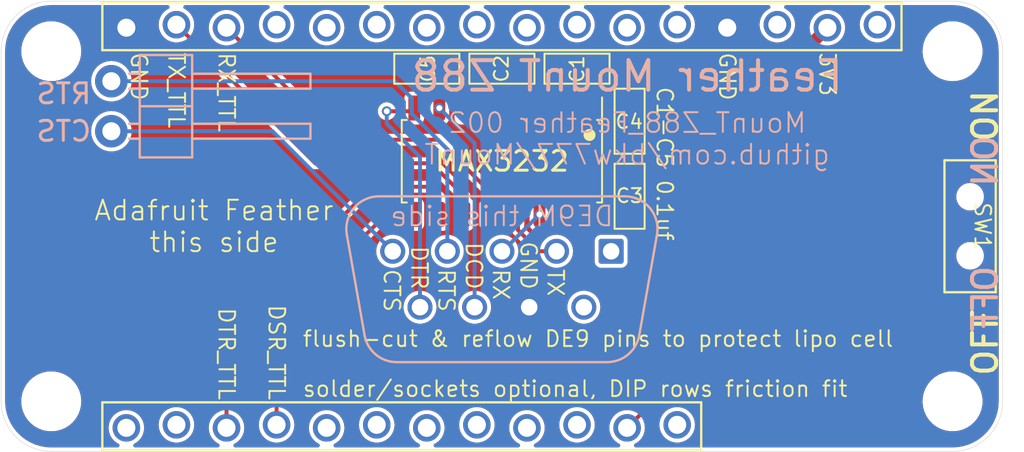
<source format=kicad_pcb>
(kicad_pcb (version 20211014) (generator pcbnew)
  (title_block (title "MounT_Z88_Feather") (date "2022-10-23") (rev "002") (company "Brian K. White - b.kenyon.w@gmail.com") (comment 1 "CC-BY-SA") (comment 2 "github.com/bkw777/MounT"))
  (layers (0 "F.Cu" signal) (31 "B.Cu" signal) (34 "B.Paste" user) (35 "F.Paste" user) (36 "B.SilkS" user "B.Silkscreen") (37 "F.SilkS" user "F.Silkscreen") (38 "B.Mask" user) (39 "F.Mask" user) (44 "Edge.Cuts" user))
  (net 0 "")
  (net 1 "GND")
  (net 2 "Net-(C1-Pad1)")
  (net 3 "Net-(C1-Pad2)")
  (net 4 "Net-(C2-Pad1)")
  (net 5 "Net-(C2-Pad2)")
  (net 6 "Net-(C4-Pad1)")
  (net 7 "Net-(C5-Pad1)")
  (net 8 "/En")
  (net 9 "+3V3")
  (net 10 "/DTR_TTL")
  (net 11 "/DSR_TTL")
  (net 12 "/TX_TTL")
  (net 13 "/RX_TTL")
  (net 14 "/DTR_232")
  (net 15 "/CTS_232")
  (net 16 "/RTS_232")
  (net 17 "/RX_232")
  (net 18 "/TX_232")
  (net 41 "/DSR_DCD_232")
  (footprint "0_LOCAL:C_0805" (layer "F.Cu") (at 151.13 88.519 180)
    (fp_text reference "C1" (at 0 -0.0254 90) (layer "F.SilkS") (effects (font (size 0.7112 0.7112) (thickness 0.1016))))
    (fp_text value "0.1uf")
    (fp_line (start 1.651 -0.762) (end -1.651 -0.762) (layer "F.SilkS") (width 0.1016))
    (fp_line (start 1.651 -0.762) (end 1.651 0.762) (layer "F.SilkS") (width 0.1016))
    (fp_line (start -1.651 0.762) (end 1.651 0.762) (layer "F.SilkS") (width 0.1016))
    (fp_line (start -1.651 -0.762) (end -1.651 0.762) (layer "F.SilkS") (width 0.1016))
    (pad "1" smd roundrect locked (at -1 0 180) (size 1 1.25) (layers "F.Cu" "F.Paste" "F.Mask") (net 2 "Net-(C1-Pad1)"))
    (pad "2" smd roundrect locked (at 1 0 180) (size 1 1.25) (layers "F.Cu" "F.Paste" "F.Mask") (net 3 "Net-(C1-Pad2)"))
  )
  (footprint "0_LOCAL:C_0805" (layer "F.Cu") (at 147.32 88.519 180)
    (fp_text reference "C2" (at 0.0254 0 90) (layer "F.SilkS") (effects (font (size 0.7112 0.7112) (thickness 0.1016))))
    (fp_text value "0.1uf")
    (fp_line (start -1.651 0.762) (end 1.651 0.762) (layer "F.SilkS") (width 0.1016))
    (fp_line (start -1.651 -0.762) (end -1.651 0.762) (layer "F.SilkS") (width 0.1016))
    (fp_line (start 1.651 -0.762) (end 1.651 0.762) (layer "F.SilkS") (width 0.1016))
    (fp_line (start 1.651 -0.762) (end -1.651 -0.762) (layer "F.SilkS") (width 0.1016))
    (pad "1" smd roundrect locked (at -1 0 180) (size 1 1.25) (layers "F.Cu" "F.Paste" "F.Mask") (net 4 "Net-(C2-Pad1)"))
    (pad "2" smd roundrect locked (at 1 0 180) (size 1 1.25) (layers "F.Cu" "F.Paste" "F.Mask") (net 5 "Net-(C2-Pad2)"))
  )
  (footprint "0_LOCAL:Adafruit_Feather_stagger_6mil" (layer "F.Cu") (at 147.32 96.52 180)
    (fp_text reference "J1" hide)
    (fp_text value "Adafruit_Feather")
    (fp_line (start 20.2692 -11.3792) (end -10.1092 -11.3792) (layer "F.SilkS") (width 0.12))
    (fp_line (start 20.2692 -8.9408) (end 20.2692 -11.3792) (layer "F.SilkS") (width 0.12))
    (fp_line (start -10.1092 -8.9408) (end 20.2692 -8.9408) (layer "F.SilkS") (width 0.12))
    (fp_line (start -20.2692 11.3792) (end 20.2692 11.3792) (layer "F.SilkS") (width 0.12))
    (fp_line (start 20.2692 11.3792) (end 20.2692 8.9408) (layer "F.SilkS") (width 0.12))
    (fp_line (start -20.2692 8.9408) (end -20.2692 11.3792) (layer "F.SilkS") (width 0.12))
    (fp_line (start 20.2692 8.9408) (end -20.2692 8.9408) (layer "F.SilkS") (width 0.12))
    (fp_line (start -10.1092 -11.3792) (end -10.1092 -8.9408) (layer "F.SilkS") (width 0.12))
    (pad "" np_thru_hole circle locked (at -22.86 -8.89 180) (size 2.54 2.54) (drill 2.54) (layers *.Cu *.Mask))
    (pad "" np_thru_hole circle locked (at 22.86 -8.89 180) (size 2.54 2.54) (drill 2.54) (layers *.Cu *.Mask))
    (pad "" np_thru_hole circle locked (at 22.86 8.89 180) (size 2.54 2.54) (drill 2.54) (layers *.Cu *.Mask))
    (pad "" np_thru_hole circle locked (at -22.86 8.89 180) (size 2.54 2.54) (drill 2.54) (layers *.Cu *.Mask))
    (pad "1" thru_hole circle locked (at -19.05 10.2362 180) (size 1.397 1.397) (drill 0.9144) (layers *.Cu *.Mask))
    (pad "2" thru_hole circle locked (at -16.51 10.0838 180) (size 1.397 1.397) (drill 0.9144) (layers *.Cu *.Mask) (net 9 "+3V3"))
    (pad "3" thru_hole circle locked (at -13.97 10.2362 180) (size 1.397 1.397) (drill 0.9144) (layers *.Cu *.Mask))
    (pad "4" thru_hole circle locked (at -11.43 10.0838 180) (size 1.397 1.397) (drill 0.9144) (layers *.Cu *.Mask) (net 1 "GND"))
    (pad "5" thru_hole circle locked (at -8.89 10.2362 180) (size 1.397 1.397) (drill 0.9144) (layers *.Cu *.Mask))
    (pad "6" thru_hole circle locked (at -6.35 10.0838 180) (size 1.397 1.397) (drill 0.9144) (layers *.Cu *.Mask))
    (pad "7" thru_hole circle locked (at -3.81 10.2362 180) (size 1.397 1.397) (drill 0.9144) (layers *.Cu *.Mask))
    (pad "8" thru_hole circle locked (at -1.27 10.0838 180) (size 1.397 1.397) (drill 0.9144) (layers *.Cu *.Mask))
    (pad "9" thru_hole circle locked (at 1.27 10.2362 180) (size 1.397 1.397) (drill 0.9144) (layers *.Cu *.Mask))
    (pad "10" thru_hole circle locked (at 3.81 10.0838 180) (size 1.397 1.397) (drill 0.9144) (layers *.Cu *.Mask))
    (pad "11" thru_hole circle locked (at 6.35 10.2362 180) (size 1.397 1.397) (drill 0.9144) (layers *.Cu *.Mask))
    (pad "12" thru_hole circle locked (at 8.89 10.0838 180) (size 1.397 1.397) (drill 0.9144) (layers *.Cu *.Mask))
    (pad "13" thru_hole circle locked (at 11.43 10.2362 180) (size 1.397 1.397) (drill 0.9144) (layers *.Cu *.Mask))
    (pad "14" thru_hole circle locked (at 13.97 10.0838 180) (size 1.397 1.397) (drill 0.9144) (layers *.Cu *.Mask) (net 13 "/RX_TTL"))
    (pad "15" thru_hole circle locked (at 16.51 10.2362 180) (size 1.397 1.397) (drill 0.9144) (layers *.Cu *.Mask) (net 12 "/TX_TTL"))
    (pad "16" thru_hole circle locked (at 19.05 10.0838 180) (size 1.397 1.397) (drill 0.9144) (layers *.Cu *.Mask) (net 1 "GND"))
    (pad "17" thru_hole circle locked (at 19.05 -10.2362 180) (size 1.397 1.397) (drill 0.9144) (layers *.Cu *.Mask))
    (pad "18" thru_hole circle locked (at 16.51 -10.0838 180) (size 1.397 1.397) (drill 0.9144) (layers *.Cu *.Mask))
    (pad "19" thru_hole circle locked (at 13.97 -10.2362 180) (size 1.397 1.397) (drill 0.9144) (layers *.Cu *.Mask) (net 10 "/DTR_TTL"))
    (pad "20" thru_hole circle locked (at 11.43 -10.0838 180) (size 1.397 1.397) (drill 0.9144) (layers *.Cu *.Mask) (net 11 "/DSR_TTL"))
    (pad "21" thru_hole circle locked (at 8.89 -10.2362 180) (size 1.397 1.397) (drill 0.9144) (layers *.Cu *.Mask))
    (pad "22" thru_hole circle locked (at 6.35 -10.0838 180) (size 1.397 1.397) (drill 0.9144) (layers *.Cu *.Mask))
    (pad "23" thru_hole circle locked (at 3.81 -10.2362 180) (size 1.397 1.397) (drill 0.9144) (layers *.Cu *.Mask))
    (pad "24" thru_hole circle locked (at 1.27 -10.0838 180) (size 1.397 1.397) (drill 0.9144) (layers *.Cu *.Mask))
    (pad "25" thru_hole circle locked (at -1.27 -10.2362 180) (size 1.397 1.397) (drill 0.9144) (layers *.Cu *.Mask))
    (pad "26" thru_hole circle locked (at -3.81 -10.0838 180) (size 1.397 1.397) (drill 0.9144) (layers *.Cu *.Mask))
    (pad "27" thru_hole circle locked (at -6.35 -10.2362 180) (size 1.397 1.397) (drill 0.9144) (layers *.Cu *.Mask) (net 8 "/En"))
    (pad "28" thru_hole circle locked (at -8.89 -10.0838 180) (size 1.397 1.397) (drill 0.9144) (layers *.Cu *.Mask))
  )
  (footprint "0_LOCAL:SOIC-16_W3.90mm" (layer "F.Cu") (at 147.32 93.218 180)
    (fp_text reference "U1" hide)
    (fp_text value "MAX3232" (at 0 0) (layer "F.SilkS"))
    (fp_line (start 4.826 -2.0955) (end 5.08 -2.0955) (layer "F.SilkS") (width 0.1))
    (fp_line (start -5.08 -2.0955) (end -4.826 -2.0955) (layer "F.SilkS") (width 0.1))
    (fp_line (start -5.08 -2.0955) (end -5.08 3.2385) (layer "F.SilkS") (width 0.1))
    (fp_line (start 5.08 2.0955) (end 5.08 -2.0955) (layer "F.SilkS") (width 0.1))
    (fp_line (start 4.826 2.0955) (end 5.08 2.0955) (layer "F.SilkS") (width 0.1))
    (fp_line (start -5.08 2.0955) (end -4.826 2.0955) (layer "F.SilkS") (width 0.1))
    (fp_circle (center -4.445 1.3335) (end -4.2926 1.3335) (layer "F.SilkS") (width 0.3048) (fill none))
    (pad "1" smd roundrect locked (at -4.445 2.7 180) (size 0.6 1.27) (layers "F.Cu" "F.Paste" "F.Mask") (net 2 "Net-(C1-Pad1)"))
    (pad "2" smd roundrect locked (at -3.175 2.7 180) (size 0.6 1.27) (layers "F.Cu" "F.Paste" "F.Mask") (net 6 "Net-(C4-Pad1)"))
    (pad "3" smd roundrect locked (at -1.905 2.7 180) (size 0.6 1.27) (layers "F.Cu" "F.Paste" "F.Mask") (net 3 "Net-(C1-Pad2)"))
    (pad "4" smd roundrect locked (at -0.635 2.7 180) (size 0.6 1.27) (layers "F.Cu" "F.Paste" "F.Mask") (net 4 "Net-(C2-Pad1)"))
    (pad "5" smd roundrect locked (at 0.635 2.7 180) (size 0.6 1.27) (layers "F.Cu" "F.Paste" "F.Mask") (net 5 "Net-(C2-Pad2)"))
    (pad "6" smd roundrect locked (at 1.905 2.7 180) (size 0.6 1.27) (layers "F.Cu" "F.Paste" "F.Mask") (net 7 "Net-(C5-Pad1)"))
    (pad "7" smd roundrect locked (at 3.175 2.7 180) (size 0.6 1.27) (layers "F.Cu" "F.Paste" "F.Mask") (net 41 "/DSR_DCD_232"))
    (pad "8" smd roundrect locked (at 4.445 2.7 180) (size 0.6 1.27) (layers "F.Cu" "F.Paste" "F.Mask") (net 14 "/DTR_232"))
    (pad "9" smd roundrect locked (at 4.445 -2.7 180) (size 0.6 1.27) (layers "F.Cu" "F.Paste" "F.Mask") (net 11 "/DSR_TTL"))
    (pad "10" smd roundrect locked (at 3.175 -2.7 180) (size 0.6 1.27) (layers "F.Cu" "F.Paste" "F.Mask") (net 10 "/DTR_TTL"))
    (pad "11" smd roundrect locked (at 1.905 -2.7 180) (size 0.6 1.27) (layers "F.Cu" "F.Paste" "F.Mask") (net 12 "/TX_TTL"))
    (pad "12" smd roundrect locked (at 0.635 -2.7 180) (size 0.6 1.27) (layers "F.Cu" "F.Paste" "F.Mask") (net 13 "/RX_TTL"))
    (pad "13" smd roundrect locked (at -0.635 -2.7 180) (size 0.6 1.27) (layers "F.Cu" "F.Paste" "F.Mask") (net 18 "/TX_232"))
    (pad "14" smd roundrect locked (at -1.905 -2.7 180) (size 0.6 1.27) (layers "F.Cu" "F.Paste" "F.Mask") (net 17 "/RX_232"))
    (pad "15" smd roundrect locked (at -3.175 -2.7 180) (size 0.6 1.27) (layers "F.Cu" "F.Paste" "F.Mask") (net 1 "GND"))
    (pad "16" smd roundrect locked (at -4.445 -2.7 180) (size 0.6 1.27) (layers "F.Cu" "F.Paste" "F.Mask") (net 9 "+3V3"))
  )
  (footprint "0_LOCAL:C_0805" (layer "F.Cu") (at 143.51 88.519 180)
    (fp_text reference "C5" (at -0.0508 0 90) (layer "F.SilkS") (effects (font (size 0.7112 0.7112) (thickness 0.1016))))
    (fp_text value "0.1uf")
    (fp_line (start -1.651 -0.762) (end -1.651 0.762) (layer "F.SilkS") (width 0.1016))
    (fp_line (start 1.651 -0.762) (end -1.651 -0.762) (layer "F.SilkS") (width 0.1016))
    (fp_line (start -1.651 0.762) (end 1.651 0.762) (layer "F.SilkS") (width 0.1016))
    (fp_line (start 1.651 -0.762) (end 1.651 0.762) (layer "F.SilkS") (width 0.1016))
    (pad "1" smd roundrect locked (at -1 0 180) (size 1 1.25) (layers "F.Cu" "F.Paste" "F.Mask") (net 7 "Net-(C5-Pad1)"))
    (pad "2" smd roundrect locked (at 1 0 180) (size 1 1.25) (layers "F.Cu" "F.Paste" "F.Mask") (net 1 "GND"))
  )
  (footprint "0_LOCAL:C_0805" (layer "F.Cu") (at 153.797 94.996 90)
    (fp_text reference "C3" (at 0.0254 0) (layer "F.SilkS") (effects (font (size 0.7112 0.7112) (thickness 0.1016))))
    (fp_text value "0.1uf")
    (fp_line (start 1.651 -0.762) (end -1.651 -0.762) (layer "F.SilkS") (width 0.1016))
    (fp_line (start -1.651 0.762) (end 1.651 0.762) (layer "F.SilkS") (width 0.1016))
    (fp_line (start 1.651 -0.762) (end 1.651 0.762) (layer "F.SilkS") (width 0.1016))
    (fp_line (start -1.651 -0.762) (end -1.651 0.762) (layer "F.SilkS") (width 0.1016))
    (pad "1" smd roundrect locked (at -1 0 90) (size 1 1.25) (layers "F.Cu" "F.Paste" "F.Mask") (net 9 "+3V3"))
    (pad "2" smd roundrect locked (at 1 0 90) (size 1 1.25) (layers "F.Cu" "F.Paste" "F.Mask") (net 1 "GND"))
  )
  (footprint "0_LOCAL:C_0805" (layer "F.Cu") (at 153.797 91.186 90)
    (fp_text reference "C4" (at -0.0254 -0.0254) (layer "F.SilkS") (effects (font (size 0.7112 0.7112) (thickness 0.1016))))
    (fp_text value "0.1uf")
    (fp_line (start 1.651 -0.762) (end -1.651 -0.762) (layer "F.SilkS") (width 0.1016))
    (fp_line (start -1.651 -0.762) (end -1.651 0.762) (layer "F.SilkS") (width 0.1016))
    (fp_line (start -1.651 0.762) (end 1.651 0.762) (layer "F.SilkS") (width 0.1016))
    (fp_line (start 1.651 -0.762) (end 1.651 0.762) (layer "F.SilkS") (width 0.1016))
    (pad "1" smd roundrect locked (at -1 0 90) (size 1 1.25) (layers "F.Cu" "F.Paste" "F.Mask") (net 6 "Net-(C4-Pad1)"))
    (pad "2" smd roundrect locked (at 1 0 90) (size 1 1.25) (layers "F.Cu" "F.Paste" "F.Mask") (net 1 "GND"))
  )
  (footprint "0_LOCAL:EG1215" (layer "F.Cu") (at 171.069 96.52 90)
    (fp_text reference "SW1" (at 0 0.635 270 unlocked) (layer "F.SilkS") (effects (font (size 0.8 0.8) (thickness 0.1))))
    (fp_text value "CUS-12TB")
    (fp_line (start 3.35 1.3) (end 3.35 -1.3) (layer "F.SilkS") (width 0.12))
    (fp_line (start -3.35 -1.3) (end -3.35 1.3) (layer "F.SilkS") (width 0.12))
    (fp_line (start -3.35 1.3) (end 3.35 1.3) (layer "F.SilkS") (width 0.12))
    (fp_line (start 3.35 -1.3) (end -3.35 -1.3) (layer "F.SilkS") (width 0.12))
    (pad "" np_thru_hole circle (at -1.5 0 90) (size 0.9 0.9) (drill 0.9) (layers *.Cu *.Mask))
    (pad "" np_thru_hole circle (at 1.5 0 90) (size 0.9 0.9) (drill 0.9) (layers *.Cu *.Mask))
    (pad "1" smd roundrect (at -2.25 -1.75 90) (size 0.7 1.5) (layers "F.Cu" "F.Paste" "F.Mask") (roundrect_rratio 0.1) (net 8 "/En"))
    (pad "2" smd roundrect (at 0.75 -1.75 90) (size 0.7 1.5) (layers "F.Cu" "F.Paste" "F.Mask") (roundrect_rratio 0.1) (net 1 "GND"))
    (pad "3" smd roundrect (at 2.25 -1.75 90) (size 0.7 1.5) (layers "F.Cu" "F.Paste" "F.Mask") (roundrect_rratio 0.1) (net 1 "GND"))
    (pad "S" smd roundrect (at 3.65 -1.05 90) (size 1 0.8) (layers "F.Cu" "F.Paste" "F.Mask") (roundrect_rratio 0.1) (net 1 "GND"))
    (pad "S" smd roundrect (at 3.65 1.05 90) (size 1 0.8) (layers "F.Cu" "F.Paste" "F.Mask") (roundrect_rratio 0.1) (net 1 "GND"))
    (pad "S" smd roundrect (at -3.65 1.05 90) (size 1 0.8) (layers "F.Cu" "F.Paste" "F.Mask") (roundrect_rratio 0.1) (net 1 "GND"))
    (pad "S" smd roundrect (at -3.65 -1.05 90) (size 1 0.8) (layers "F.Cu" "F.Paste" "F.Mask") (roundrect_rratio 0.1) (net 1 "GND"))
  )
  (footprint "0_LOCAL:DSUB-9_Male_Vertical_P2.77x2.84mm" (layer "B.Cu") (at 152.86 97.79 180)
    (fp_text reference "J2" hide)
    (fp_text value "DE9_Male")
    (fp_line (start 0.207579 -5.63) (end 10.872421 -5.63) (layer "B.SilkS") (width 0.12))
    (fp_line (start 13.40647 0.841744) (end 12.507202 -4.258256) (layer "B.SilkS") (width 0.12))
    (fp_line (start -0.691689 2.79) (end 11.771689 2.79) (layer "B.SilkS") (width 0.12))
    (fp_line (start -2.32647 0.841744) (end -1.427202 -4.258256) (layer "B.SilkS") (width 0.12))
    (fp_arc (start 13.40647 0.841744) (mid 13.043323 2.197028) (end 11.771689 2.79) (layer "B.SilkS") (width 0.12))
    (fp_arc (start -1.427202 -4.258256) (mid -0.859449 -5.241634) (end 0.207579 -5.63) (layer "B.SilkS") (width 0.12))
    (fp_arc (start -0.691689 2.79) (mid -1.963323 2.197027) (end -2.32647 0.841744) (layer "B.SilkS") (width 0.12))
    (fp_arc (start 10.872421 -5.63) (mid 11.939448 -5.241634) (end 12.507202 -4.258256) (layer "B.SilkS") (width 0.12))
    (pad "1" thru_hole roundrect locked (at 0 0 180) (size 1.27 1.27) (drill 0.8382) (layers *.Cu *.Mask) (roundrect_rratio 0.1))
    (pad "2" thru_hole circle locked (at 2.77 0 180) (size 1.27 1.27) (drill 0.8382) (layers *.Cu *.Mask) (net 18 "/TX_232"))
    (pad "3" thru_hole circle locked (at 5.54 0 180) (size 1.27 1.27) (drill 0.8382) (layers *.Cu *.Mask) (net 17 "/RX_232"))
    (pad "4" thru_hole circle locked (at 8.31 0 180) (size 1.27 1.27) (drill 0.8382) (layers *.Cu *.Mask) (net 16 "/RTS_232"))
    (pad "5" thru_hole circle locked (at 11.08 0 180) (size 1.27 1.27) (drill 0.8382) (layers *.Cu *.Mask) (net 15 "/CTS_232"))
    (pad "6" thru_hole circle locked (at 1.385 -2.84 180) (size 1.27 1.27) (drill 0.8382) (layers *.Cu *.Mask))
    (pad "7" thru_hole circle locked (at 4.155 -2.84 180) (size 1.27 1.27) (drill 0.8382) (layers *.Cu *.Mask) (net 1 "GND"))
    (pad "8" thru_hole circle locked (at 6.925 -2.84 180) (size 1.27 1.27) (drill 0.8382) (layers *.Cu *.Mask) (net 41 "/DSR_DCD_232"))
    (pad "9" thru_hole circle locked (at 9.695 -2.84 180) (size 1.27 1.27) (drill 0.8382) (layers *.Cu *.Mask) (net 14 "/DTR_232"))
  )
  (footprint "0_LOCAL:PinHeader_1x02_P2.54mm_Horizontal" (layer "B.Cu") (at 127.508 91.694)
    (fp_text reference "JP1" hide)
    (fp_text value "Jumper_2_Bridged")
    (fp_line (start 4.1 -2.16) (end 10.1 -2.16) (layer "B.SilkS") (width 0.12))
    (fp_line (start 0.9 0.38) (end 1.44 0.38) (layer "B.SilkS") (width 0.12))
    (fp_line (start 0.9 -0.38) (end 1.44 -0.38) (layer "B.SilkS") (width 0.12))
    (fp_line (start 10.1 -2.16) (end 10.1 -2.92) (layer "B.SilkS") (width 0.12))
    (fp_line (start 1.44 1.33) (end 1.44 -3.87) (layer "B.SilkS") (width 0.12))
    (fp_line (start 10.1 -0.38) (end 4.1 -0.38) (layer "B.SilkS") (width 0.12))
    (fp_line (start 4.1 0.38) (end 10.1 0.38) (layer "B.SilkS") (width 0.12))
    (fp_line (start 4.1 -3.87) (end 4.1 1.33) (layer "B.SilkS") (width 0.12))
    (fp_line (start 1.44 -3.87) (end 4.1 -3.87) (layer "B.SilkS") (width 0.12))
    (fp_line (start 0.9 -2.92) (end 1.44 -2.92) (layer "B.SilkS") (width 0.12))
    (fp_line (start 1.44 -1.27) (end 4.1 -1.27) (layer "B.SilkS") (width 0.12))
    (fp_line (start 0.9 -2.16) (end 1.44 -2.16) (layer "B.SilkS") (width 0.12))
    (fp_line (start 10.1 -2.92) (end 4.1 -2.92) (layer "B.SilkS") (width 0.12))
    (fp_line (start 10.1 0.38) (end 10.1 -0.38) (layer "B.SilkS") (width 0.12))
    (fp_line (start 4.1 1.33) (end 1.44 1.33) (layer "B.SilkS") (width 0.12))
    (pad "1" thru_hole circle (at 0 0) (size 1.651 1.651) (drill 0.9144) (layers *.Cu *.Mask) (net 15 "/CTS_232"))
    (pad "2" thru_hole circle (at 0 -2.54) (size 1.651 1.651) (drill 0.9144) (layers *.Cu *.Mask) (net 16 "/RTS_232"))
  )
  (gr_line (start 124.46 107.95) (end 170.18 107.95) (layer "Edge.Cuts") (width 0.0254))
  (gr_line (start 172.72 105.41) (end 172.72 87.63) (layer "Edge.Cuts") (width 0.0254))
  (gr_line (start 170.18 85.09) (end 124.46 85.09) (layer "Edge.Cuts") (width 0.0254))
  (gr_line (start 121.92 87.63) (end 121.92 105.41) (layer "Edge.Cuts") (width 0.0254))
  (gr_arc (start 170.18 85.09) (mid 171.976051 85.833949) (end 172.72 87.63) (layer "Edge.Cuts") (width 0.0254))
  (gr_arc (start 172.72 105.41) (mid 171.976051 107.206051) (end 170.18 107.95) (layer "Edge.Cuts") (width 0.0254))
  (gr_arc (start 121.92 87.63) (mid 122.663949 85.833949) (end 124.46 85.09) (layer "Edge.Cuts") (width 0.0254))
  (gr_arc (start 124.46 107.95) (mid 122.663949 107.206051) (end 121.92 105.41) (layer "Edge.Cuts") (width 0.0254))
  (gr_text "ON" (at 171.831 94.615 90) (layer "B.SilkS") (effects (font (size 1.2192 1.2192) (thickness 0.2032)) (justify right mirror)))
  (gr_text "Feather MounT Z88" (at 153.67 88.9) (layer "B.SilkS") (effects (font (size 1.5 1.5) (thickness 0.2032)) (justify mirror)))
  (gr_text "CTS" (at 125.095 91.694) (layer "B.SilkS") (effects (font (size 1.016 1.016) (thickness 0.1524)) (justify mirror)))
  (gr_text "OFF" (at 171.831 98.425 90) (layer "B.SilkS") (effects (font (size 1.2192 1.2192) (thickness 0.2032)) (justify left mirror)))
  (gr_text "DE9M this side" (at 147.32 96.012) (layer "B.SilkS") (effects (font (size 1 1) (thickness 0.1)) (justify mirror)))
  (gr_text "${TITLE} ${REVISION}\n${COMMENT2}" (at 153.67 92.075) (layer "B.SilkS") (effects (font (size 1 1) (thickness 0.1)) (justify mirror)))
  (gr_text "RTS" (at 125.095 89.789) (layer "B.SilkS") (effects (font (size 1.016 1.016) (thickness 0.1524)) (justify mirror)))
  (gr_text "ON" (at 171.831 92.329 90) (layer "F.SilkS") (effects (font (size 1.2192 1.2192) (thickness 0.2032)) (justify left)))
  (gr_text "C1-C5 0.1uf" (at 155.575 93.345 -90) (layer "F.SilkS") (effects (font (size 0.8 0.8) (thickness 0.1))))
  (gr_text "3V3" (at 163.83 87.63 270) (layer "F.SilkS") (effects (font (size 0.8 0.8) (thickness 0.1)) (justify left)))
  (gr_text "CTS" (at 141.732 98.6282 270) (layer "F.SilkS") (effects (font (size 0.8 0.8) (thickness 0.1)) (justify left)))
  (gr_text "GND" (at 148.6662 99.7966 270) (layer "F.SilkS") (effects (font (size 0.8 0.8) (thickness 0.1)) (justify right)))
  (gr_text "DTR_TTL" (at 133.35 105.41 270) (layer "F.SilkS") (effects (font (size 0.8 0.8) (thickness 0.1)) (justify right)))
  (gr_text "TX" (at 150.0378 98.6282 270) (layer "F.SilkS") (effects (font (size 0.8 0.8) (thickness 0.1)) (justify left)))
  (gr_text "DTR" (at 143.129 99.7966 270) (layer "F.SilkS") (effects (font (size 0.8 0.8) (thickness 0.1)) (justify right)))
  (gr_text "DSR_TTL" (at 135.89 105.41 270) (layer "F.SilkS") (effects (font (size 0.8 0.8) (thickness 0.1)) (justify right)))
  (gr_text "OFF" (at 171.831 100.584 90) (layer "F.SilkS") (effects (font (size 1.2192 1.2192) (thickness 0.2032)) (justify right)))
  (gr_text "Adafruit Feather\nthis side" (at 132.715 96.52) (layer "F.SilkS") (effects (font (size 1 1) (thickness 0.1))))
  (gr_text "DCD" (at 145.8976 99.7966 270) (layer "F.SilkS") (effects (font (size 0.8 0.8) (thickness 0.1)) (justify right)))
  (gr_text "flush-cut & reflow DE9 pins to protect lipo cell" (at 137.16 102.235) (layer "F.SilkS") (effects (font (size 0.8 0.8) (thickness 0.1)) (justify left)))
  (gr_text "solder/sockets optional, DIP rows friction fit" (at 137.16 104.775) (layer "F.SilkS") (effects (font (size 0.8 0.8) (thickness 0.1)) (justify left)))
  (gr_text "GND" (at 128.905 87.63 270) (layer "F.SilkS") (effects (font (size 0.8 0.8) (thickness 0.1)) (justify left)))
  (gr_text "RX" (at 147.2692 98.6282 270) (layer "F.SilkS") (effects (font (size 0.8 0.8) (thickness 0.1)) (justify left)))
  (gr_text "RX_TTL" (at 133.35 87.63 270) (layer "F.SilkS") (effects (font (size 0.8 0.8) (thickness 0.1)) (justify left)))
  (gr_text "TX_TTL" (at 130.81 87.63 270) (layer "F.SilkS") (effects (font (size 0.8 0.8) (thickness 0.1)) (justify left)))
  (gr_text "RTS" (at 144.5006 98.6282 270) (layer "F.SilkS") (effects (font (size 0.8 0.8) (thickness 0.1)) (justify left)))
  (gr_text "GND" (at 158.75 87.63 270) (layer "F.SilkS") (effects (font (size 0.8 0.8) (thickness 0.1)) (justify left)))
  (segment (start 151.765 90.518) (end 151.83 90.453) (width 0.4) (layer "F.Cu") (net 2))
  (segment (start 151.83 90.453) (end 151.83 88.819) (width 0.4) (layer "F.Cu") (net 2))
  (segment (start 151.83 88.819) (end 152.13 88.519) (width 0.4) (layer "F.Cu") (net 2))
  (segment (start 149.83 88.819) (end 150.13 88.519) (width 0.4) (layer "F.Cu") (net 3))
  (segment (start 149.225 90.518) (end 149.32 90.423) (width 0.4) (layer "F.Cu") (net 3))
  (segment (start 149.83 89.15) (end 149.83 88.819) (width 0.4) (layer "F.Cu") (net 3))
  (segment (start 149.32 90.423) (end 149.32 89.66) (width 0.4) (layer "F.Cu") (net 3))
  (segment (start 149.32 89.66) (end 149.83 89.15) (width 0.4) (layer "F.Cu") (net 3))
  (segment (start 148.02 88.819) (end 148.32 88.519) (width 0.4) (layer "F.Cu") (net 4))
  (segment (start 148.02 90.453) (end 148.02 88.819) (width 0.4) (layer "F.Cu") (net 4))
  (segment (start 147.955 90.518) (end 148.02 90.453) (width 0.4) (layer "F.Cu") (net 4))
  (segment (start 146.685 90.518) (end 146.62 90.453) (width 0.4) (layer "F.Cu") (net 5))
  (segment (start 146.62 88.819) (end 146.32 88.519) (width 0.4) (layer "F.Cu") (net 5))
  (segment (start 146.62 90.453) (end 146.62 88.819) (width 0.4) (layer "F.Cu") (net 5))
  (segment (start 150.495 91.567) (end 150.495 90.518) (width 0.4) (layer "F.Cu") (net 6))
  (segment (start 151.114 92.186) (end 150.495 91.567) (width 0.4) (layer "F.Cu") (net 6))
  (segment (start 153.797 92.186) (end 151.114 92.186) (width 0.4) (layer "F.Cu") (net 6))
  (segment (start 145.32 90.423) (end 145.32 89.67) (width 0.4) (layer "F.Cu") (net 7))
  (segment (start 145.32 89.67) (end 144.81 89.16) (width 0.4) (layer "F.Cu") (net 7))
  (segment (start 144.81 88.819) (end 144.51 88.519) (width 0.4) (layer "F.Cu") (net 7))
  (segment (start 144.81 89.16) (end 144.81 88.819) (width 0.4) (layer "F.Cu") (net 7))
  (segment (start 145.415 90.518) (end 145.32 90.423) (width 0.4) (layer "F.Cu") (net 7))
  (segment (start 161.6562 98.77) (end 153.67 106.7562) (width 0.2) (layer "F.Cu") (net 8))
  (segment (start 169.319 98.77) (end 161.6562 98.77) (width 0.2) (layer "F.Cu") (net 8))
  (segment (start 153.67 106.8324) (end 153.67 106.7816) (width 0.2) (layer "B.Cu") (net 8))
  (segment (start 163.83 86.4362) (end 154.4662 95.8) (width 0.6) (layer "F.Cu") (net 9))
  (segment (start 153.797 95.996) (end 153.719 95.918) (width 0.6) (layer "F.Cu") (net 9))
  (segment (start 153.719 95.918) (end 151.765 95.918) (width 0.6) (layer "F.Cu") (net 9))
  (segment (start 153.993 95.8) (end 153.797 95.996) (width 0.6) (layer "F.Cu") (net 9))
  (segment (start 154.4662 95.8) (end 153.993 95.8) (width 0.6) (layer "F.Cu") (net 9))
  (segment (start 143.5862 94.5134) (end 144.145 95.0722) (width 0.2) (layer "F.Cu") (net 10))
  (segment (start 140.7414 94.5134) (end 143.5862 94.5134) (width 0.2) (layer "F.Cu") (net 10))
  (segment (start 144.145 95.0722) (end 144.145 95.918) (width 0.2) (layer "F.Cu") (net 10))
  (segment (start 133.35 101.9048) (end 140.7414 94.5134) (width 0.2) (layer "F.Cu") (net 10))
  (segment (start 133.35 106.7562) (end 133.35 101.9048) (width 0.2) (layer "F.Cu") (net 10))
  (segment (start 141.445 95.918) (end 142.875 95.918) (width 0.2) (layer "F.Cu") (net 11))
  (segment (start 135.89 106.6038) (end 135.89 101.473) (width 0.2) (layer "F.Cu") (net 11))
  (segment (start 135.89 101.473) (end 141.445 95.918) (width 0.2) (layer "F.Cu") (net 11))
  (segment (start 145.415 94.996) (end 143.7386 93.3196) (width 0.2) (layer "F.Cu") (net 12))
  (segment (start 143.7386 93.3196) (end 137.8458 93.3196) (width 0.2) (layer "F.Cu") (net 12))
  (segment (start 137.8458 93.3196) (end 130.81 86.2838) (width 0.2) (layer "F.Cu") (net 12))
  (segment (start 145.415 95.918) (end 145.415 94.996) (width 0.2) (layer "F.Cu") (net 12))
  (segment (start 139.0396 92.1258) (end 133.35 86.4362) (width 0.2) (layer "F.Cu") (net 13))
  (segment (start 146.685 94.742) (end 144.0688 92.1258) (width 0.2) (layer "F.Cu") (net 13))
  (segment (start 144.0688 92.1258) (end 139.0396 92.1258) (width 0.2) (layer "F.Cu") (net 13))
  (segment (start 146.685 95.918) (end 146.685 94.742) (width 0.2) (layer "F.Cu") (net 13))
  (segment (start 142.715 90.678) (end 142.875 90.518) (width 0.2) (layer "F.Cu") (net 14))
  (segment (start 141.478 90.678) (end 142.715 90.678) (width 0.2) (layer "F.Cu") (net 14))
  (via (at 141.478 90.678) (size 0.5) (drill 0.3) (layers "F.Cu" "B.Cu") (net 14))
  (segment (start 141.478 91.313) (end 143.165 93) (width 0.2) (layer "B.Cu") (net 14))
  (segment (start 141.478 90.678) (end 141.478 91.313) (width 0.2) (layer "B.Cu") (net 14))
  (segment (start 143.165 93) (end 143.165 100.63) (width 0.2) (layer "B.Cu") (net 14))
  (segment (start 135.684 91.694) (end 127.508 91.694) (width 0.2) (layer "B.Cu") (net 15))
  (segment (start 141.78 97.79) (end 135.684 91.694) (width 0.2) (layer "B.Cu") (net 15))
  (segment (start 144.55 92.607) (end 142.748 90.805) (width 0.2) (layer "B.Cu") (net 16))
  (segment (start 142.748 90.0176) (end 141.8844 89.154) (width 0.2) (layer "B.Cu") (net 16))
  (segment (start 141.8844 89.154) (end 127.508 89.154) (width 0.2) (layer "B.Cu") (net 16))
  (segment (start 144.55 97.79) (end 144.55 92.607) (width 0.2) (layer "B.Cu") (net 16))
  (segment (start 142.748 90.805) (end 142.748 90.0176) (width 0.2) (layer "B.Cu") (net 16))
  (via (at 149.225 95.918) (size 0.5) (drill 0.3) (layers "F.Cu" "B.Cu") (net 17))
  (segment (start 147.353 97.79) (end 147.3426 97.79) (width 0.2) (layer "B.Cu") (net 17))
  (segment (start 149.225 95.918) (end 147.353 97.79) (width 0.2) (layer "B.Cu") (net 17))
  (segment (start 148.1328 96.0958) (end 147.955 95.918) (width 0.2) (layer "F.Cu") (net 18))
  (segment (start 150.09 97.79) (end 149.21 97.79) (width 0.2) (layer "F.Cu") (net 18))
  (segment (start 148.1328 96.7128) (end 148.1328 96.0958) (width 0.2) (layer "F.Cu") (net 18))
  (segment (start 149.21 97.79) (end 148.1328 96.7128) (width 0.2) (layer "F.Cu") (net 18))
  (via (at 144.145 90.518) (size 0.5) (drill 0.3) (layers "F.Cu" "B.Cu") (net 41))
  (segment (start 144.145 90.518) (end 145.935 92.308) (width 0.2) (layer "B.Cu") (net 41))
  (segment (start 145.935 92.308) (end 145.935 100.63) (width 0.2) (layer "B.Cu") (net 41))
  (zone (net 1) (net_name "GND") (layer "F.Cu") (connect_pads yes (clearance 0.2)) (min_thickness 0.2) (fill yes (thermal_gap 0.2) (thermal_bridge_width 0.3) (smoothing fillet) (radius 0.1))
    (polygon (pts (xy 121.92 85.09) (xy 172.72 85.09) (xy 172.72 107.95) (xy 121.92 107.95)))
  )
  (zone (net 1) (net_name "GND") (layer "B.Cu") (connect_pads yes (clearance 0.2)) (min_thickness 0.2) (fill yes (thermal_gap 0.2) (thermal_bridge_width 0.3) (smoothing fillet) (radius 0.1))
    (polygon (pts (xy 121.92 85.09) (xy 172.72 85.09) (xy 172.72 107.95) (xy 121.92 107.95)))
  )
)
</source>
